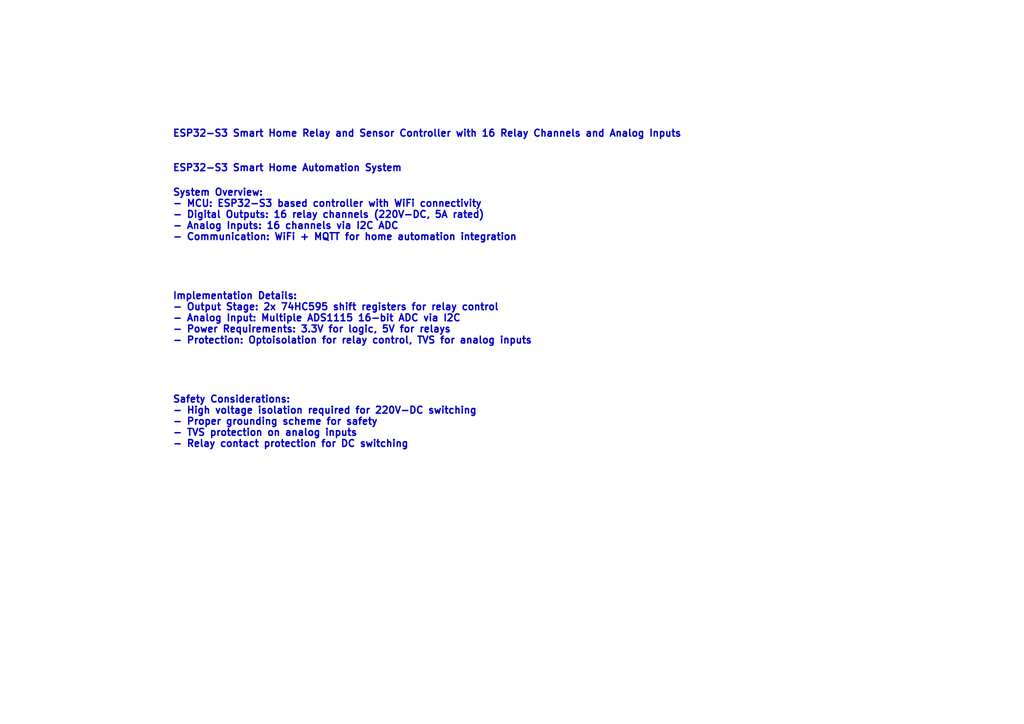
<source format=kicad_sch>
(kicad_sch (version 20250114) (generator "eeschema") (generator_version "9.0") (uuid "cb1599cf-6369-48b7-9306-81794ef28b50") (paper "A4") (lib_symbols) 

(text "System Overview:\n- MCU: ESP32-S3 based controller with WiFi connectivity\n- Digital Outputs: 16 relay channels (220V-DC, 5A rated)\n- Analog Inputs: 16 channels via I2C ADC\n- Communication: WiFi + MQTT for home automation integration" (exclude_from_sim no) (at 50 70 0) (effects (font (size 2 2) (thickness 0.4) (bold yes)) (justify left bottom)) (uuid "22efc1f6-c256-4562-9a75-098bb9ae4465")) 

(text "Implementation Details:\n- Output Stage: 2x 74HC595 shift registers for relay control\n- Analog Input: Multiple ADS1115 16-bit ADC via I2C\n- Power Requirements: 3.3V for logic, 5V for relays\n- Protection: Optoisolation for relay control, TVS for analog inputs" (exclude_from_sim no) (at 50 100 0) (effects (font (size 2 2) (thickness 0.4) (bold yes)) (justify left bottom)) (uuid "33e9ebf5-5693-46ea-84b0-b22dd06e8118")) 

(text "ESP32-S3 Smart Home Automation System" (exclude_from_sim no) (at 50 50 0) (effects (font (size 2 2) (thickness 0.4) (bold yes)) (justify left bottom)) (uuid "8f499add-1b3b-4c7f-9ae2-ac1d9f0bccf7")) 

(text "Safety Considerations:\n- High voltage isolation required for 220V-DC switching\n- Proper grounding scheme for safety\n- TVS protection on analog inputs\n- Relay contact protection for DC switching" (exclude_from_sim no) (at 50 130 0) (effects (font (size 2 2) (thickness 0.4) (bold yes)) (justify left bottom)) (uuid "9137e7cb-1356-4a2f-819a-8be45c3c0f25")) (sheet_instances (path "/" (page "1"))) (embedded_fonts no) 

(text "ESP32-S3 Smart Home Relay and Sensor Controller with 16 Relay Channels and Analog Inputs" (at 50.0 40.0 0) (effects (font (size 2 2) (thickness 0.4) bold) (justify left bottom)) (uuid 3c4c0404-d0c6-442f-9af2-3b7b9a04f3bd)))
</source>
